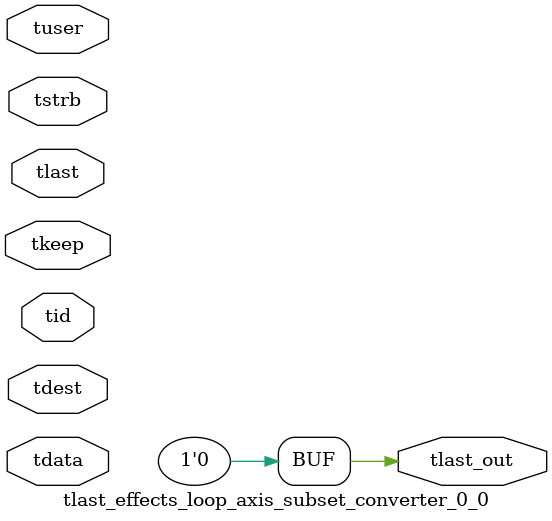
<source format=v>


`timescale 1ps/1ps

module tlast_effects_loop_axis_subset_converter_0_0 #
(
parameter C_S_AXIS_TID_WIDTH   = 1,
parameter C_S_AXIS_TUSER_WIDTH = 0,
parameter C_S_AXIS_TDATA_WIDTH = 0,
parameter C_S_AXIS_TDEST_WIDTH = 0
)
(
input  [(C_S_AXIS_TID_WIDTH   == 0 ? 1 : C_S_AXIS_TID_WIDTH)-1:0       ] tid,
input  [(C_S_AXIS_TDATA_WIDTH == 0 ? 1 : C_S_AXIS_TDATA_WIDTH)-1:0     ] tdata,
input  [(C_S_AXIS_TUSER_WIDTH == 0 ? 1 : C_S_AXIS_TUSER_WIDTH)-1:0     ] tuser,
input  [(C_S_AXIS_TDEST_WIDTH == 0 ? 1 : C_S_AXIS_TDEST_WIDTH)-1:0     ] tdest,
input  [(C_S_AXIS_TDATA_WIDTH/8)-1:0 ] tkeep,
input  [(C_S_AXIS_TDATA_WIDTH/8)-1:0 ] tstrb,
input  [0:0]                                                             tlast,
output                                                                   tlast_out
);

assign tlast_out = {1'b0};

endmodule


</source>
